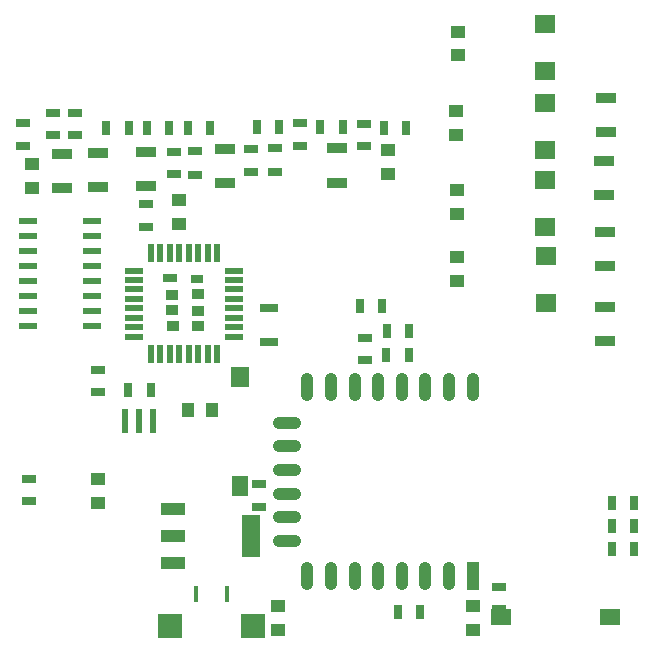
<source format=gbr>
G04 #@! TF.FileFunction,Paste,Bot*
%FSLAX46Y46*%
G04 Gerber Fmt 4.6, Leading zero omitted, Abs format (unit mm)*
G04 Created by KiCad (PCBNEW (after 2015-mar-04 BZR unknown)-product) date 4/3/2016 5:34:25 PM*
%MOMM*%
G01*
G04 APERTURE LIST*
%ADD10C,0.100000*%
%ADD11R,0.400000X1.350000*%
%ADD12R,2.000000X2.000000*%
%ADD13R,0.500000X2.000000*%
%ADD14R,1.000000X0.700000*%
%ADD15R,1.200000X0.700000*%
%ADD16R,1.800000X1.400000*%
%ADD17R,1.400000X1.800000*%
%ADD18R,1.600000X1.800000*%
%ADD19R,0.700000X1.300000*%
%ADD20R,1.500000X3.657600*%
%ADD21R,2.032000X1.016000*%
%ADD22R,1.000000X0.900000*%
%ADD23R,1.250000X0.800000*%
%ADD24R,1.800860X1.500000*%
%ADD25C,0.100000*%
%ADD26R,1.250000X0.750000*%
%ADD27R,1.500000X0.800000*%
%ADD28R,1.700000X0.900000*%
%ADD29R,1.300000X0.700000*%
%ADD30R,1.250000X1.000000*%
%ADD31R,1.000000X1.250000*%
%ADD32R,0.550000X1.600000*%
%ADD33R,1.600000X0.550000*%
%ADD34R,1.500000X0.600000*%
%ADD35O,2.400000X1.100000*%
%ADD36R,1.100000X2.400000*%
%ADD37O,1.100000X2.400000*%
G04 APERTURE END LIST*
D10*
D11*
X153350380Y-76865040D03*
X150750380Y-76865040D03*
D12*
X155550380Y-79565040D03*
X148550380Y-79565040D03*
D13*
X147089500Y-62222380D03*
X145887440Y-62222380D03*
X144688560Y-62222380D03*
D14*
X150771860Y-50190400D03*
D15*
X148513800Y-50170080D03*
D16*
X176563070Y-78869320D03*
X185767930Y-78864680D03*
D17*
X154459720Y-67734130D03*
D18*
X154455080Y-58529270D03*
D19*
X144980620Y-59596020D03*
X146880620Y-59596020D03*
D20*
X155407360Y-71973440D03*
D21*
X148803360Y-71973440D03*
X148803360Y-69687440D03*
X148803360Y-74259440D03*
D22*
X150929340Y-51521360D03*
X148650960Y-51559460D03*
X150916640Y-52892960D03*
X148681440Y-52880260D03*
X150855680Y-54221380D03*
X148744940Y-54223920D03*
D23*
X150677880Y-39416480D03*
X150677880Y-41416480D03*
D24*
X180327300Y-52290980D03*
X180327300Y-48293020D03*
X180268880Y-45808900D03*
X180268880Y-41810940D03*
X180296820Y-32621220D03*
X180296820Y-28623260D03*
X180299360Y-39286180D03*
X180299360Y-35288220D03*
D25*
X157962600Y-35318700D03*
X157962600Y-63258700D03*
D26*
X157403800Y-39132000D03*
X157403800Y-41132000D03*
D27*
X156870400Y-52639300D03*
X156870400Y-55539300D03*
D28*
X142440660Y-42415120D03*
X142440660Y-39515120D03*
D29*
X148884640Y-41325840D03*
X148884640Y-39425840D03*
D30*
X166969440Y-39294560D03*
X166969440Y-41294560D03*
X136855200Y-40473120D03*
X136855200Y-42473120D03*
X172892720Y-31286960D03*
X172892720Y-29286960D03*
X149311360Y-43521120D03*
X149311360Y-45521120D03*
X172725080Y-38020500D03*
X172725080Y-36020500D03*
X172783500Y-44700700D03*
X172783500Y-42700700D03*
X172808900Y-50369980D03*
X172808900Y-48369980D03*
X157700000Y-79900000D03*
X157700000Y-77900000D03*
X174208440Y-79912720D03*
X174208440Y-77912720D03*
X142443200Y-67173600D03*
X142443200Y-69173600D03*
D31*
X152043640Y-61328300D03*
X150043640Y-61328300D03*
D32*
X152507600Y-56548600D03*
X151707600Y-56548600D03*
X150907600Y-56548600D03*
X150107600Y-56548600D03*
X149307600Y-56548600D03*
X148507600Y-56548600D03*
X147707600Y-56548600D03*
X146907600Y-56548600D03*
D33*
X145457600Y-55098600D03*
X145457600Y-54298600D03*
X145457600Y-53498600D03*
X145457600Y-52698600D03*
X145457600Y-51898600D03*
X145457600Y-51098600D03*
X145457600Y-50298600D03*
X145457600Y-49498600D03*
D32*
X146907600Y-48048600D03*
X147707600Y-48048600D03*
X148507600Y-48048600D03*
X149307600Y-48048600D03*
X150107600Y-48048600D03*
X150907600Y-48048600D03*
X151707600Y-48048600D03*
X152507600Y-48048600D03*
D33*
X153957600Y-49498600D03*
X153957600Y-50298600D03*
X153957600Y-51098600D03*
X153957600Y-51898600D03*
X153957600Y-52698600D03*
X153957600Y-53498600D03*
X153957600Y-54298600D03*
X153957600Y-55098600D03*
D19*
X143113720Y-37398960D03*
X145013720Y-37398960D03*
X163154400Y-37388800D03*
X161254400Y-37388800D03*
X157769600Y-37363400D03*
X155869600Y-37363400D03*
X148442720Y-37414200D03*
X146542720Y-37414200D03*
D29*
X140500000Y-36150000D03*
X140500000Y-38050000D03*
X164922200Y-37073800D03*
X164922200Y-38973800D03*
X159512000Y-37048400D03*
X159512000Y-38948400D03*
D19*
X150027600Y-37409120D03*
X151927600Y-37409120D03*
D29*
X138600000Y-36150000D03*
X138600000Y-38050000D03*
D19*
X168513800Y-37414200D03*
X166613800Y-37414200D03*
D29*
X155346400Y-41132800D03*
X155346400Y-39232800D03*
X136100000Y-38950000D03*
X136100000Y-37050000D03*
X165049200Y-57109400D03*
X165049200Y-55209400D03*
D19*
X169687280Y-78440280D03*
X167787280Y-78440280D03*
D29*
X156098240Y-67609680D03*
X156098240Y-69509680D03*
D19*
X164597040Y-52486560D03*
X166497040Y-52486560D03*
X166872880Y-54599840D03*
X168772880Y-54599840D03*
X166852560Y-56652160D03*
X168752560Y-56652160D03*
D34*
X141942800Y-45288200D03*
X141942800Y-46558200D03*
X141942800Y-47828200D03*
X141942800Y-49098200D03*
X141942800Y-50368200D03*
X141942800Y-51638200D03*
X141942800Y-52908200D03*
X141942800Y-54178200D03*
X136542800Y-54178200D03*
X136542800Y-52908200D03*
X136542800Y-51638200D03*
X136542800Y-50368200D03*
X136542800Y-49098200D03*
X136542800Y-47828200D03*
X136542800Y-46558200D03*
X136542800Y-45288200D03*
D35*
X158405100Y-72397200D03*
X158405100Y-70397200D03*
X158405100Y-68397200D03*
X158405100Y-66397200D03*
X158405100Y-64397200D03*
X158405100Y-62397200D03*
D36*
X174155100Y-75387200D03*
D37*
X172155100Y-75387200D03*
X170155100Y-75387200D03*
X168155100Y-75387200D03*
X166155100Y-75387200D03*
X164155100Y-75387200D03*
X162155100Y-75387200D03*
X160155100Y-75387200D03*
X160155100Y-59387200D03*
X162155100Y-59387200D03*
X164155100Y-59387200D03*
X166155100Y-59387200D03*
X168155100Y-59387200D03*
X170155100Y-59387200D03*
X172155100Y-59387200D03*
X174155100Y-59387200D03*
D28*
X162636200Y-42064600D03*
X162636200Y-39164600D03*
X153192480Y-42125560D03*
X153192480Y-39225560D03*
X146532600Y-42338920D03*
X146532600Y-39438920D03*
D29*
X146466560Y-43896240D03*
X146466560Y-45796240D03*
D28*
X139369800Y-39606560D03*
X139369800Y-42506560D03*
D29*
X176377600Y-78166000D03*
X176377600Y-76266000D03*
X142438120Y-57891640D03*
X142438120Y-59791640D03*
D28*
X185440320Y-37802480D03*
X185440320Y-34902480D03*
X185270140Y-43136480D03*
X185270140Y-40236480D03*
X185318400Y-49151200D03*
X185318400Y-46251200D03*
X185326020Y-55458020D03*
X185326020Y-52558020D03*
D19*
X187850000Y-71100000D03*
X185950000Y-71100000D03*
X185950000Y-73100000D03*
X187850000Y-73100000D03*
X185950000Y-69200000D03*
X187850000Y-69200000D03*
D29*
X136600000Y-69050000D03*
X136600000Y-67150000D03*
M02*

</source>
